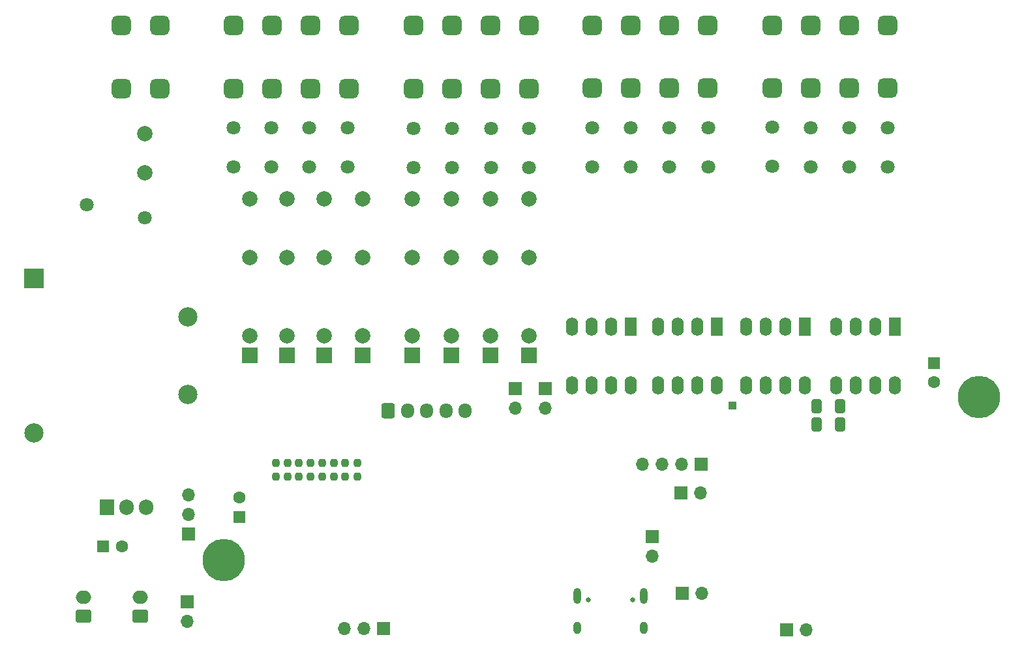
<source format=gbr>
%TF.GenerationSoftware,KiCad,Pcbnew,8.0.4*%
%TF.CreationDate,2024-11-14T02:45:49+01:00*%
%TF.ProjectId,hamodule,68616d6f-6475-46c6-952e-6b696361645f,20240908.25.8-2*%
%TF.SameCoordinates,Original*%
%TF.FileFunction,Soldermask,Bot*%
%TF.FilePolarity,Negative*%
%FSLAX46Y46*%
G04 Gerber Fmt 4.6, Leading zero omitted, Abs format (unit mm)*
G04 Created by KiCad (PCBNEW 8.0.4) date 2024-11-14 02:45:49*
%MOMM*%
%LPD*%
G01*
G04 APERTURE LIST*
G04 Aperture macros list*
%AMRoundRect*
0 Rectangle with rounded corners*
0 $1 Rounding radius*
0 $2 $3 $4 $5 $6 $7 $8 $9 X,Y pos of 4 corners*
0 Add a 4 corners polygon primitive as box body*
4,1,4,$2,$3,$4,$5,$6,$7,$8,$9,$2,$3,0*
0 Add four circle primitives for the rounded corners*
1,1,$1+$1,$2,$3*
1,1,$1+$1,$4,$5*
1,1,$1+$1,$6,$7*
1,1,$1+$1,$8,$9*
0 Add four rect primitives between the rounded corners*
20,1,$1+$1,$2,$3,$4,$5,0*
20,1,$1+$1,$4,$5,$6,$7,0*
20,1,$1+$1,$6,$7,$8,$9,0*
20,1,$1+$1,$8,$9,$2,$3,0*%
G04 Aperture macros list end*
%ADD10R,1.700000X1.700000*%
%ADD11O,1.700000X1.700000*%
%ADD12C,1.800000*%
%ADD13RoundRect,0.250000X0.750000X-0.600000X0.750000X0.600000X-0.750000X0.600000X-0.750000X-0.600000X0*%
%ADD14O,2.000000X1.700000*%
%ADD15R,2.500000X2.500000*%
%ADD16C,2.500000*%
%ADD17R,1.905000X2.000000*%
%ADD18O,1.905000X2.000000*%
%ADD19RoundRect,0.625000X0.625000X0.625000X-0.625000X0.625000X-0.625000X-0.625000X0.625000X-0.625000X0*%
%ADD20C,2.000000*%
%ADD21R,1.600000X2.400000*%
%ADD22O,1.600000X2.400000*%
%ADD23R,1.600000X1.600000*%
%ADD24C,1.600000*%
%ADD25R,2.000000X2.000000*%
%ADD26R,1.000000X1.000000*%
%ADD27C,0.650000*%
%ADD28O,1.000000X2.100000*%
%ADD29O,1.000000X1.600000*%
%ADD30RoundRect,0.250000X-0.600000X-0.725000X0.600000X-0.725000X0.600000X0.725000X-0.600000X0.725000X0*%
%ADD31O,1.700000X1.950000*%
%ADD32C,5.500000*%
%ADD33RoundRect,0.250000X0.412500X0.650000X-0.412500X0.650000X-0.412500X-0.650000X0.412500X-0.650000X0*%
%ADD34RoundRect,0.237500X-0.237500X0.250000X-0.237500X-0.250000X0.237500X-0.250000X0.237500X0.250000X0*%
G04 APERTURE END LIST*
D10*
%TO.C,J5*%
X23674000Y5448400D03*
D11*
X23674000Y2908400D03*
%TD*%
D12*
%TO.C,RV1*%
X10626400Y57005330D03*
X18126400Y55372000D03*
%TD*%
D13*
%TO.C,J1*%
X17574000Y3568700D03*
D14*
X17574000Y6068700D03*
%TD*%
D15*
%TO.C,PS1*%
X3780000Y47421800D03*
D16*
X3780000Y27421800D03*
X23780000Y32421800D03*
X23780000Y42421800D03*
%TD*%
D17*
%TO.C,U1*%
X13242700Y17729200D03*
D18*
X15782700Y17729200D03*
X18322700Y17729200D03*
%TD*%
D19*
%TO.C,J15*%
X44691800Y72136000D03*
X44691800Y80335999D03*
X39691800Y72136000D03*
X39691800Y80335999D03*
X34691800Y72136000D03*
X34691800Y80335999D03*
X29691800Y72136000D03*
X29691800Y80335999D03*
%TD*%
%TO.C,J2*%
X20144000Y72112401D03*
X20144000Y80312400D03*
X15144000Y72112401D03*
X15144000Y80312400D03*
%TD*%
%TO.C,J7*%
X91264000Y72140201D03*
X91264000Y80340200D03*
X86264000Y72140201D03*
X86264000Y80340200D03*
X81264000Y72140201D03*
X81264000Y80340200D03*
X76264000Y72140201D03*
X76264000Y80340200D03*
%TD*%
D20*
%TO.C,F1*%
X18161000Y66243200D03*
X18151000Y61163200D03*
%TD*%
D21*
%TO.C,U4*%
X115513178Y41232282D03*
D22*
X112973178Y41232282D03*
X110433178Y41232282D03*
X107893178Y41232282D03*
X107893178Y33612282D03*
X110433178Y33612282D03*
X112973178Y33612282D03*
X115513178Y33612282D03*
%TD*%
D21*
%TO.C,U7*%
X81205300Y41228800D03*
D22*
X78665300Y41228800D03*
X76125300Y41228800D03*
X73585300Y41228800D03*
X73585300Y33608800D03*
X76125300Y33608800D03*
X78665300Y33608800D03*
X81205300Y33608800D03*
%TD*%
D21*
%TO.C,U6*%
X92381300Y41228800D03*
D22*
X89841300Y41228800D03*
X87301300Y41228800D03*
X84761300Y41228800D03*
X84761300Y33608800D03*
X87301300Y33608800D03*
X89841300Y33608800D03*
X92381300Y33608800D03*
%TD*%
D13*
%TO.C,J4*%
X10174000Y3568700D03*
D14*
X10174000Y6068700D03*
%TD*%
D10*
%TO.C,J10*%
X101429402Y1808701D03*
D11*
X103969402Y1808701D03*
%TD*%
D10*
%TO.C,J19*%
X70174000Y33168400D03*
D11*
X70174000Y30628400D03*
%TD*%
D23*
%TO.C,C19*%
X120624000Y36468400D03*
D24*
X120624000Y33968400D03*
%TD*%
D10*
%TO.C,J14*%
X90364000Y23368400D03*
D11*
X87824000Y23368400D03*
X85284000Y23368400D03*
X82744000Y23368400D03*
%TD*%
D19*
%TO.C,J6*%
X114621702Y72140201D03*
X114621702Y80340200D03*
X109621702Y72140201D03*
X109621702Y80340200D03*
X104621702Y72140201D03*
X104621702Y80340200D03*
X99621702Y72140201D03*
X99621702Y80340200D03*
%TD*%
%TO.C,J16*%
X68059800Y72136000D03*
X68059800Y80335999D03*
X63059800Y72136000D03*
X63059800Y80335999D03*
X58059800Y72136000D03*
X58059800Y80335999D03*
X53059800Y72136000D03*
X53059800Y80335999D03*
%TD*%
D12*
%TO.C,F15*%
X58026800Y61849000D03*
X58026800Y66929000D03*
%TD*%
D25*
%TO.C,K5*%
X52911000Y37424500D03*
D20*
X52911000Y39964500D03*
X52911000Y50124500D03*
X52911000Y57744500D03*
%TD*%
D10*
%TO.C,J12*%
X87724000Y19568400D03*
D11*
X90264000Y19568400D03*
%TD*%
D12*
%TO.C,F4*%
X81228000Y61952500D03*
X81228000Y67032500D03*
%TD*%
D23*
%TO.C,C18*%
X30424000Y16486020D03*
D24*
X30424000Y18986020D03*
%TD*%
D25*
%TO.C,K6*%
X57991000Y37424500D03*
D20*
X57991000Y39964500D03*
X57991000Y50124500D03*
X57991000Y57744500D03*
%TD*%
D12*
%TO.C,F2*%
X91286400Y61952500D03*
X91286400Y67032500D03*
%TD*%
D10*
%TO.C,J17*%
X66274000Y33158400D03*
D11*
X66274000Y30618400D03*
%TD*%
D10*
%TO.C,J13*%
X84039402Y13923701D03*
D11*
X84039402Y11383701D03*
%TD*%
D12*
%TO.C,F7*%
X109626400Y61950600D03*
X109626400Y67030600D03*
%TD*%
D10*
%TO.C,J11*%
X87929800Y6578600D03*
D11*
X90469800Y6578600D03*
%TD*%
D26*
%TO.C,TP1*%
X94424000Y30968400D03*
%TD*%
D12*
%TO.C,F8*%
X104621800Y61950600D03*
X104621800Y67030600D03*
%TD*%
%TO.C,F13*%
X44532300Y61935500D03*
X44532300Y67015500D03*
%TD*%
D21*
%TO.C,U5*%
X103829178Y41232282D03*
D22*
X101289178Y41232282D03*
X98749178Y41232282D03*
X96209178Y41232282D03*
X96209178Y33612282D03*
X98749178Y33612282D03*
X101289178Y33612282D03*
X103829178Y33612282D03*
%TD*%
D10*
%TO.C,J8*%
X49116800Y1966700D03*
D11*
X46576800Y1966700D03*
X44036800Y1966700D03*
%TD*%
D12*
%TO.C,F14*%
X53073800Y61849000D03*
X53073800Y66929000D03*
%TD*%
D27*
%TO.C,J3*%
X75715402Y5692801D03*
X81495402Y5692801D03*
D28*
X74285402Y6222801D03*
D29*
X74285402Y2042801D03*
D28*
X82925402Y6222801D03*
D29*
X82925402Y2042801D03*
%TD*%
D30*
%TO.C,J9*%
X49762400Y30243000D03*
D31*
X52262400Y30243000D03*
X54762400Y30243000D03*
X57262400Y30243000D03*
X59762400Y30243000D03*
%TD*%
D10*
%TO.C,SW1*%
X23834000Y14298400D03*
D11*
X23834000Y16838400D03*
X23834000Y19378400D03*
%TD*%
D12*
%TO.C,F6*%
X114604800Y61950600D03*
X114604800Y67030600D03*
%TD*%
%TO.C,F3*%
X86257200Y61952500D03*
X86257200Y67032500D03*
%TD*%
%TO.C,F16*%
X63106800Y61849000D03*
X63106800Y66929000D03*
%TD*%
D32*
%TO.C,H5*%
X28374000Y10868400D03*
%TD*%
D25*
%TO.C,K1*%
X31818300Y37424500D03*
D20*
X31818300Y39964500D03*
X31818300Y50124500D03*
X31818300Y57744500D03*
%TD*%
D25*
%TO.C,K2*%
X36644300Y37424500D03*
D20*
X36644300Y39964500D03*
X36644300Y50124500D03*
X36644300Y57744500D03*
%TD*%
D12*
%TO.C,F11*%
X34612300Y61935500D03*
X34612300Y67015500D03*
%TD*%
D25*
%TO.C,K4*%
X46423300Y37424500D03*
D20*
X46423300Y39964500D03*
X46423300Y50124500D03*
X46423300Y57744500D03*
%TD*%
D25*
%TO.C,K7*%
X63071000Y37424500D03*
D20*
X63071000Y39964500D03*
X63071000Y50124500D03*
X63071000Y57744500D03*
%TD*%
D25*
%TO.C,K8*%
X68024000Y37424500D03*
D20*
X68024000Y39964500D03*
X68024000Y50124500D03*
X68024000Y57744500D03*
%TD*%
D25*
%TO.C,K3*%
X41470300Y37424500D03*
D20*
X41470300Y39964500D03*
X41470300Y50124500D03*
X41470300Y57744500D03*
%TD*%
D32*
%TO.C,H4*%
X126424000Y32080200D03*
%TD*%
D23*
%TO.C,C12*%
X12734700Y12649200D03*
D24*
X15234700Y12649200D03*
%TD*%
D12*
%TO.C,F9*%
X99621800Y61980000D03*
X99621800Y67060000D03*
%TD*%
%TO.C,F5*%
X76249600Y61952500D03*
X76249600Y67032500D03*
%TD*%
%TO.C,F17*%
X68059800Y61849000D03*
X68059800Y66929000D03*
%TD*%
%TO.C,F10*%
X29659300Y61935500D03*
X29659300Y67015500D03*
%TD*%
%TO.C,F12*%
X39532300Y61935500D03*
X39532300Y67015500D03*
%TD*%
D33*
%TO.C,C2*%
X108449000Y30868400D03*
X105324000Y30868400D03*
%TD*%
D34*
%TO.C,R40*%
X36664000Y23518400D03*
X36664000Y21693400D03*
%TD*%
%TO.C,R39*%
X35174000Y23518400D03*
X35174000Y21693400D03*
%TD*%
%TO.C,R41*%
X38174000Y23518400D03*
X38174000Y21693400D03*
%TD*%
%TO.C,R58*%
X45724000Y23518400D03*
X45724000Y21693400D03*
%TD*%
%TO.C,R43*%
X41174000Y23518400D03*
X41174000Y21693400D03*
%TD*%
%TO.C,R57*%
X44174000Y23518400D03*
X44174000Y21693400D03*
%TD*%
%TO.C,R56*%
X42674000Y23518400D03*
X42674000Y21693400D03*
%TD*%
%TO.C,R42*%
X39674000Y23518400D03*
X39674000Y21693400D03*
%TD*%
D33*
%TO.C,C1*%
X108449000Y28468400D03*
X105324000Y28468400D03*
%TD*%
M02*

</source>
